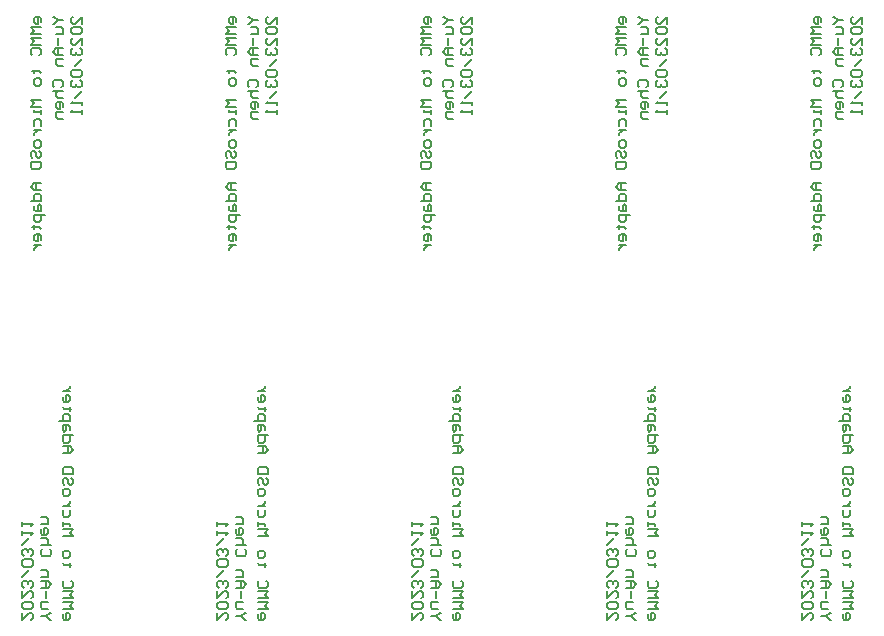
<source format=gbo>
G04 Layer_Color=32896*
%FSLAX44Y44*%
%MOMM*%
G71*
G01*
G75*
%ADD23C,0.2000*%
D23*
X121461Y620882D02*
Y623881D01*
X119962Y625380D01*
X116963D01*
X115463Y623881D01*
Y620882D01*
X116963Y619382D01*
X118462D01*
Y625380D01*
X121461Y616383D02*
X112464D01*
X115463Y613384D01*
X112464Y610385D01*
X121461D01*
Y607386D02*
X112464D01*
X115463Y604387D01*
X112464Y601388D01*
X121461D01*
X113964Y592391D02*
X112464Y593890D01*
Y596889D01*
X113964Y598389D01*
X119962D01*
X121461Y596889D01*
Y593890D01*
X119962Y592391D01*
X113964Y578895D02*
X115463D01*
Y580395D01*
Y577396D01*
Y578895D01*
X119962D01*
X121461Y577396D01*
Y571398D02*
Y568399D01*
X119962Y566899D01*
X116963D01*
X115463Y568399D01*
Y571398D01*
X116963Y572897D01*
X119962D01*
X121461Y571398D01*
Y554903D02*
X112464D01*
X115463Y551904D01*
X112464Y548905D01*
X121461D01*
Y545906D02*
Y542907D01*
Y544406D01*
X115463D01*
Y545906D01*
Y532410D02*
Y536909D01*
X116963Y538408D01*
X119962D01*
X121461Y536909D01*
Y532410D01*
X115463Y529411D02*
X121461D01*
X118462D01*
X116963Y527912D01*
X115463Y526412D01*
Y524913D01*
X121461Y518914D02*
Y515915D01*
X119962Y514416D01*
X116963D01*
X115463Y515915D01*
Y518914D01*
X116963Y520414D01*
X119962D01*
X121461Y518914D01*
X113964Y505419D02*
X112464Y506918D01*
Y509917D01*
X113964Y511417D01*
X115463D01*
X116963Y509917D01*
Y506918D01*
X118462Y505419D01*
X119962D01*
X121461Y506918D01*
Y509917D01*
X119962Y511417D01*
X112464Y502420D02*
X121461D01*
Y497921D01*
X119962Y496422D01*
X113964D01*
X112464Y497921D01*
Y502420D01*
X121461Y484426D02*
X115463D01*
X112464Y481427D01*
X115463Y478428D01*
X121461D01*
X116963D01*
Y484426D01*
X112464Y469431D02*
X121461D01*
Y473929D01*
X119962Y475429D01*
X116963D01*
X115463Y473929D01*
Y469431D01*
Y464932D02*
Y461933D01*
X116963Y460433D01*
X121461D01*
Y464932D01*
X119962Y466432D01*
X118462Y464932D01*
Y460433D01*
X124460Y457434D02*
X115463D01*
Y452936D01*
X116963Y451436D01*
X119962D01*
X121461Y452936D01*
Y457434D01*
X113964Y446938D02*
X115463D01*
Y448437D01*
Y445438D01*
Y446938D01*
X119962D01*
X121461Y445438D01*
Y436441D02*
Y439440D01*
X119962Y440940D01*
X116963D01*
X115463Y439440D01*
Y436441D01*
X116963Y434942D01*
X118462D01*
Y440940D01*
X115463Y431943D02*
X121461D01*
X118462D01*
X116963Y430443D01*
X115463Y428944D01*
Y427444D01*
X131060Y625380D02*
X132559D01*
X135558Y622381D01*
X132559Y619382D01*
X131060D01*
X135558Y622381D02*
X140057D01*
X134059Y616383D02*
X138557D01*
X140057Y614883D01*
Y610385D01*
X134059D01*
X135558Y607386D02*
Y601388D01*
X140057Y598389D02*
X134059D01*
X131060Y595390D01*
X134059Y592391D01*
X140057D01*
X135558D01*
Y598389D01*
X140057Y589392D02*
X134059D01*
Y584893D01*
X135558Y583394D01*
X140057D01*
X132559Y565400D02*
X131060Y566899D01*
Y569898D01*
X132559Y571398D01*
X138557D01*
X140057Y569898D01*
Y566899D01*
X138557Y565400D01*
X131060Y562400D02*
X140057D01*
X135558D01*
X134059Y560901D01*
Y557902D01*
X135558Y556402D01*
X140057D01*
Y548905D02*
Y551904D01*
X138557Y553403D01*
X135558D01*
X134059Y551904D01*
Y548905D01*
X135558Y547405D01*
X137058D01*
Y553403D01*
X140057Y544406D02*
X134059D01*
Y539908D01*
X135558Y538408D01*
X140057D01*
X155653Y619382D02*
Y625380D01*
X149655Y619382D01*
X148156D01*
X146656Y620882D01*
Y623881D01*
X148156Y625380D01*
Y616383D02*
X146656Y614883D01*
Y611884D01*
X148156Y610385D01*
X154154D01*
X155653Y611884D01*
Y614883D01*
X154154Y616383D01*
X148156D01*
X155653Y601388D02*
Y607386D01*
X149655Y601388D01*
X148156D01*
X146656Y602887D01*
Y605886D01*
X148156Y607386D01*
Y598389D02*
X146656Y596889D01*
Y593890D01*
X148156Y592391D01*
X149655D01*
X151155Y593890D01*
Y595390D01*
Y593890D01*
X152654Y592391D01*
X154154D01*
X155653Y593890D01*
Y596889D01*
X154154Y598389D01*
X155653Y589392D02*
X149655Y583394D01*
X148156Y580395D02*
X146656Y578895D01*
Y575896D01*
X148156Y574397D01*
X154154D01*
X155653Y575896D01*
Y578895D01*
X154154Y580395D01*
X148156D01*
Y571398D02*
X146656Y569898D01*
Y566899D01*
X148156Y565400D01*
X149655D01*
X151155Y566899D01*
Y568399D01*
Y566899D01*
X152654Y565400D01*
X154154D01*
X155653Y566899D01*
Y569898D01*
X154154Y571398D01*
X155653Y562400D02*
X149655Y556402D01*
X155653Y553403D02*
Y550404D01*
Y551904D01*
X146656D01*
X148156Y553403D01*
X155653Y545906D02*
Y542907D01*
Y544406D01*
X146656D01*
X148156Y545906D01*
X286561Y620882D02*
Y623881D01*
X285062Y625380D01*
X282063D01*
X280563Y623881D01*
Y620882D01*
X282063Y619382D01*
X283562D01*
Y625380D01*
X286561Y616383D02*
X277564D01*
X280563Y613384D01*
X277564Y610385D01*
X286561D01*
Y607386D02*
X277564D01*
X280563Y604387D01*
X277564Y601388D01*
X286561D01*
X279064Y592391D02*
X277564Y593890D01*
Y596889D01*
X279064Y598389D01*
X285062D01*
X286561Y596889D01*
Y593890D01*
X285062Y592391D01*
X279064Y578895D02*
X280563D01*
Y580395D01*
Y577396D01*
Y578895D01*
X285062D01*
X286561Y577396D01*
Y571398D02*
Y568399D01*
X285062Y566899D01*
X282063D01*
X280563Y568399D01*
Y571398D01*
X282063Y572897D01*
X285062D01*
X286561Y571398D01*
Y554903D02*
X277564D01*
X280563Y551904D01*
X277564Y548905D01*
X286561D01*
Y545906D02*
Y542907D01*
Y544406D01*
X280563D01*
Y545906D01*
Y532410D02*
Y536909D01*
X282063Y538408D01*
X285062D01*
X286561Y536909D01*
Y532410D01*
X280563Y529411D02*
X286561D01*
X283562D01*
X282063Y527912D01*
X280563Y526412D01*
Y524913D01*
X286561Y518914D02*
Y515915D01*
X285062Y514416D01*
X282063D01*
X280563Y515915D01*
Y518914D01*
X282063Y520414D01*
X285062D01*
X286561Y518914D01*
X279064Y505419D02*
X277564Y506918D01*
Y509917D01*
X279064Y511417D01*
X280563D01*
X282063Y509917D01*
Y506918D01*
X283562Y505419D01*
X285062D01*
X286561Y506918D01*
Y509917D01*
X285062Y511417D01*
X277564Y502420D02*
X286561D01*
Y497921D01*
X285062Y496422D01*
X279064D01*
X277564Y497921D01*
Y502420D01*
X286561Y484426D02*
X280563D01*
X277564Y481427D01*
X280563Y478428D01*
X286561D01*
X282063D01*
Y484426D01*
X277564Y469431D02*
X286561D01*
Y473929D01*
X285062Y475429D01*
X282063D01*
X280563Y473929D01*
Y469431D01*
Y464932D02*
Y461933D01*
X282063Y460433D01*
X286561D01*
Y464932D01*
X285062Y466432D01*
X283562Y464932D01*
Y460433D01*
X289560Y457434D02*
X280563D01*
Y452936D01*
X282063Y451436D01*
X285062D01*
X286561Y452936D01*
Y457434D01*
X279064Y446938D02*
X280563D01*
Y448437D01*
Y445438D01*
Y446938D01*
X285062D01*
X286561Y445438D01*
Y436441D02*
Y439440D01*
X285062Y440940D01*
X282063D01*
X280563Y439440D01*
Y436441D01*
X282063Y434942D01*
X283562D01*
Y440940D01*
X280563Y431943D02*
X286561D01*
X283562D01*
X282063Y430443D01*
X280563Y428944D01*
Y427444D01*
X296160Y625380D02*
X297659D01*
X300658Y622381D01*
X297659Y619382D01*
X296160D01*
X300658Y622381D02*
X305157D01*
X299159Y616383D02*
X303657D01*
X305157Y614883D01*
Y610385D01*
X299159D01*
X300658Y607386D02*
Y601388D01*
X305157Y598389D02*
X299159D01*
X296160Y595390D01*
X299159Y592391D01*
X305157D01*
X300658D01*
Y598389D01*
X305157Y589392D02*
X299159D01*
Y584893D01*
X300658Y583394D01*
X305157D01*
X297659Y565400D02*
X296160Y566899D01*
Y569898D01*
X297659Y571398D01*
X303657D01*
X305157Y569898D01*
Y566899D01*
X303657Y565400D01*
X296160Y562400D02*
X305157D01*
X300658D01*
X299159Y560901D01*
Y557902D01*
X300658Y556402D01*
X305157D01*
Y548905D02*
Y551904D01*
X303657Y553403D01*
X300658D01*
X299159Y551904D01*
Y548905D01*
X300658Y547405D01*
X302158D01*
Y553403D01*
X305157Y544406D02*
X299159D01*
Y539908D01*
X300658Y538408D01*
X305157D01*
X320753Y619382D02*
Y625380D01*
X314755Y619382D01*
X313256D01*
X311756Y620882D01*
Y623881D01*
X313256Y625380D01*
Y616383D02*
X311756Y614883D01*
Y611884D01*
X313256Y610385D01*
X319254D01*
X320753Y611884D01*
Y614883D01*
X319254Y616383D01*
X313256D01*
X320753Y601388D02*
Y607386D01*
X314755Y601388D01*
X313256D01*
X311756Y602887D01*
Y605886D01*
X313256Y607386D01*
Y598389D02*
X311756Y596889D01*
Y593890D01*
X313256Y592391D01*
X314755D01*
X316255Y593890D01*
Y595390D01*
Y593890D01*
X317754Y592391D01*
X319254D01*
X320753Y593890D01*
Y596889D01*
X319254Y598389D01*
X320753Y589392D02*
X314755Y583394D01*
X313256Y580395D02*
X311756Y578895D01*
Y575896D01*
X313256Y574397D01*
X319254D01*
X320753Y575896D01*
Y578895D01*
X319254Y580395D01*
X313256D01*
Y571398D02*
X311756Y569898D01*
Y566899D01*
X313256Y565400D01*
X314755D01*
X316255Y566899D01*
Y568399D01*
Y566899D01*
X317754Y565400D01*
X319254D01*
X320753Y566899D01*
Y569898D01*
X319254Y571398D01*
X320753Y562400D02*
X314755Y556402D01*
X320753Y553403D02*
Y550404D01*
Y551904D01*
X311756D01*
X313256Y553403D01*
X320753Y545906D02*
Y542907D01*
Y544406D01*
X311756D01*
X313256Y545906D01*
X451661Y620882D02*
Y623881D01*
X450162Y625380D01*
X447163D01*
X445663Y623881D01*
Y620882D01*
X447163Y619382D01*
X448662D01*
Y625380D01*
X451661Y616383D02*
X442664D01*
X445663Y613384D01*
X442664Y610385D01*
X451661D01*
Y607386D02*
X442664D01*
X445663Y604387D01*
X442664Y601388D01*
X451661D01*
X444164Y592391D02*
X442664Y593890D01*
Y596889D01*
X444164Y598389D01*
X450162D01*
X451661Y596889D01*
Y593890D01*
X450162Y592391D01*
X444164Y578895D02*
X445663D01*
Y580395D01*
Y577396D01*
Y578895D01*
X450162D01*
X451661Y577396D01*
Y571398D02*
Y568399D01*
X450162Y566899D01*
X447163D01*
X445663Y568399D01*
Y571398D01*
X447163Y572897D01*
X450162D01*
X451661Y571398D01*
Y554903D02*
X442664D01*
X445663Y551904D01*
X442664Y548905D01*
X451661D01*
Y545906D02*
Y542907D01*
Y544406D01*
X445663D01*
Y545906D01*
Y532410D02*
Y536909D01*
X447163Y538408D01*
X450162D01*
X451661Y536909D01*
Y532410D01*
X445663Y529411D02*
X451661D01*
X448662D01*
X447163Y527912D01*
X445663Y526412D01*
Y524913D01*
X451661Y518914D02*
Y515915D01*
X450162Y514416D01*
X447163D01*
X445663Y515915D01*
Y518914D01*
X447163Y520414D01*
X450162D01*
X451661Y518914D01*
X444164Y505419D02*
X442664Y506918D01*
Y509917D01*
X444164Y511417D01*
X445663D01*
X447163Y509917D01*
Y506918D01*
X448662Y505419D01*
X450162D01*
X451661Y506918D01*
Y509917D01*
X450162Y511417D01*
X442664Y502420D02*
X451661D01*
Y497921D01*
X450162Y496422D01*
X444164D01*
X442664Y497921D01*
Y502420D01*
X451661Y484426D02*
X445663D01*
X442664Y481427D01*
X445663Y478428D01*
X451661D01*
X447163D01*
Y484426D01*
X442664Y469431D02*
X451661D01*
Y473929D01*
X450162Y475429D01*
X447163D01*
X445663Y473929D01*
Y469431D01*
Y464932D02*
Y461933D01*
X447163Y460433D01*
X451661D01*
Y464932D01*
X450162Y466432D01*
X448662Y464932D01*
Y460433D01*
X454660Y457434D02*
X445663D01*
Y452936D01*
X447163Y451436D01*
X450162D01*
X451661Y452936D01*
Y457434D01*
X444164Y446938D02*
X445663D01*
Y448437D01*
Y445438D01*
Y446938D01*
X450162D01*
X451661Y445438D01*
Y436441D02*
Y439440D01*
X450162Y440940D01*
X447163D01*
X445663Y439440D01*
Y436441D01*
X447163Y434942D01*
X448662D01*
Y440940D01*
X445663Y431943D02*
X451661D01*
X448662D01*
X447163Y430443D01*
X445663Y428944D01*
Y427444D01*
X461260Y625380D02*
X462759D01*
X465758Y622381D01*
X462759Y619382D01*
X461260D01*
X465758Y622381D02*
X470257D01*
X464259Y616383D02*
X468757D01*
X470257Y614883D01*
Y610385D01*
X464259D01*
X465758Y607386D02*
Y601388D01*
X470257Y598389D02*
X464259D01*
X461260Y595390D01*
X464259Y592391D01*
X470257D01*
X465758D01*
Y598389D01*
X470257Y589392D02*
X464259D01*
Y584893D01*
X465758Y583394D01*
X470257D01*
X462759Y565400D02*
X461260Y566899D01*
Y569898D01*
X462759Y571398D01*
X468757D01*
X470257Y569898D01*
Y566899D01*
X468757Y565400D01*
X461260Y562400D02*
X470257D01*
X465758D01*
X464259Y560901D01*
Y557902D01*
X465758Y556402D01*
X470257D01*
Y548905D02*
Y551904D01*
X468757Y553403D01*
X465758D01*
X464259Y551904D01*
Y548905D01*
X465758Y547405D01*
X467258D01*
Y553403D01*
X470257Y544406D02*
X464259D01*
Y539908D01*
X465758Y538408D01*
X470257D01*
X485853Y619382D02*
Y625380D01*
X479855Y619382D01*
X478356D01*
X476856Y620882D01*
Y623881D01*
X478356Y625380D01*
Y616383D02*
X476856Y614883D01*
Y611884D01*
X478356Y610385D01*
X484354D01*
X485853Y611884D01*
Y614883D01*
X484354Y616383D01*
X478356D01*
X485853Y601388D02*
Y607386D01*
X479855Y601388D01*
X478356D01*
X476856Y602887D01*
Y605886D01*
X478356Y607386D01*
Y598389D02*
X476856Y596889D01*
Y593890D01*
X478356Y592391D01*
X479855D01*
X481355Y593890D01*
Y595390D01*
Y593890D01*
X482854Y592391D01*
X484354D01*
X485853Y593890D01*
Y596889D01*
X484354Y598389D01*
X485853Y589392D02*
X479855Y583394D01*
X478356Y580395D02*
X476856Y578895D01*
Y575896D01*
X478356Y574397D01*
X484354D01*
X485853Y575896D01*
Y578895D01*
X484354Y580395D01*
X478356D01*
Y571398D02*
X476856Y569898D01*
Y566899D01*
X478356Y565400D01*
X479855D01*
X481355Y566899D01*
Y568399D01*
Y566899D01*
X482854Y565400D01*
X484354D01*
X485853Y566899D01*
Y569898D01*
X484354Y571398D01*
X485853Y562400D02*
X479855Y556402D01*
X485853Y553403D02*
Y550404D01*
Y551904D01*
X476856D01*
X478356Y553403D01*
X485853Y545906D02*
Y542907D01*
Y544406D01*
X476856D01*
X478356Y545906D01*
X616761Y620882D02*
Y623881D01*
X615262Y625380D01*
X612263D01*
X610763Y623881D01*
Y620882D01*
X612263Y619382D01*
X613762D01*
Y625380D01*
X616761Y616383D02*
X607764D01*
X610763Y613384D01*
X607764Y610385D01*
X616761D01*
Y607386D02*
X607764D01*
X610763Y604387D01*
X607764Y601388D01*
X616761D01*
X609264Y592391D02*
X607764Y593890D01*
Y596889D01*
X609264Y598389D01*
X615262D01*
X616761Y596889D01*
Y593890D01*
X615262Y592391D01*
X609264Y578895D02*
X610763D01*
Y580395D01*
Y577396D01*
Y578895D01*
X615262D01*
X616761Y577396D01*
Y571398D02*
Y568399D01*
X615262Y566899D01*
X612263D01*
X610763Y568399D01*
Y571398D01*
X612263Y572897D01*
X615262D01*
X616761Y571398D01*
Y554903D02*
X607764D01*
X610763Y551904D01*
X607764Y548905D01*
X616761D01*
Y545906D02*
Y542907D01*
Y544406D01*
X610763D01*
Y545906D01*
Y532410D02*
Y536909D01*
X612263Y538408D01*
X615262D01*
X616761Y536909D01*
Y532410D01*
X610763Y529411D02*
X616761D01*
X613762D01*
X612263Y527912D01*
X610763Y526412D01*
Y524913D01*
X616761Y518914D02*
Y515915D01*
X615262Y514416D01*
X612263D01*
X610763Y515915D01*
Y518914D01*
X612263Y520414D01*
X615262D01*
X616761Y518914D01*
X609264Y505419D02*
X607764Y506918D01*
Y509917D01*
X609264Y511417D01*
X610763D01*
X612263Y509917D01*
Y506918D01*
X613762Y505419D01*
X615262D01*
X616761Y506918D01*
Y509917D01*
X615262Y511417D01*
X607764Y502420D02*
X616761D01*
Y497921D01*
X615262Y496422D01*
X609264D01*
X607764Y497921D01*
Y502420D01*
X616761Y484426D02*
X610763D01*
X607764Y481427D01*
X610763Y478428D01*
X616761D01*
X612263D01*
Y484426D01*
X607764Y469431D02*
X616761D01*
Y473929D01*
X615262Y475429D01*
X612263D01*
X610763Y473929D01*
Y469431D01*
Y464932D02*
Y461933D01*
X612263Y460433D01*
X616761D01*
Y464932D01*
X615262Y466432D01*
X613762Y464932D01*
Y460433D01*
X619760Y457434D02*
X610763D01*
Y452936D01*
X612263Y451436D01*
X615262D01*
X616761Y452936D01*
Y457434D01*
X609264Y446938D02*
X610763D01*
Y448437D01*
Y445438D01*
Y446938D01*
X615262D01*
X616761Y445438D01*
Y436441D02*
Y439440D01*
X615262Y440940D01*
X612263D01*
X610763Y439440D01*
Y436441D01*
X612263Y434942D01*
X613762D01*
Y440940D01*
X610763Y431943D02*
X616761D01*
X613762D01*
X612263Y430443D01*
X610763Y428944D01*
Y427444D01*
X626360Y625380D02*
X627859D01*
X630858Y622381D01*
X627859Y619382D01*
X626360D01*
X630858Y622381D02*
X635357D01*
X629359Y616383D02*
X633857D01*
X635357Y614883D01*
Y610385D01*
X629359D01*
X630858Y607386D02*
Y601388D01*
X635357Y598389D02*
X629359D01*
X626360Y595390D01*
X629359Y592391D01*
X635357D01*
X630858D01*
Y598389D01*
X635357Y589392D02*
X629359D01*
Y584893D01*
X630858Y583394D01*
X635357D01*
X627859Y565400D02*
X626360Y566899D01*
Y569898D01*
X627859Y571398D01*
X633857D01*
X635357Y569898D01*
Y566899D01*
X633857Y565400D01*
X626360Y562400D02*
X635357D01*
X630858D01*
X629359Y560901D01*
Y557902D01*
X630858Y556402D01*
X635357D01*
Y548905D02*
Y551904D01*
X633857Y553403D01*
X630858D01*
X629359Y551904D01*
Y548905D01*
X630858Y547405D01*
X632358D01*
Y553403D01*
X635357Y544406D02*
X629359D01*
Y539908D01*
X630858Y538408D01*
X635357D01*
X650953Y619382D02*
Y625380D01*
X644955Y619382D01*
X643456D01*
X641956Y620882D01*
Y623881D01*
X643456Y625380D01*
Y616383D02*
X641956Y614883D01*
Y611884D01*
X643456Y610385D01*
X649454D01*
X650953Y611884D01*
Y614883D01*
X649454Y616383D01*
X643456D01*
X650953Y601388D02*
Y607386D01*
X644955Y601388D01*
X643456D01*
X641956Y602887D01*
Y605886D01*
X643456Y607386D01*
Y598389D02*
X641956Y596889D01*
Y593890D01*
X643456Y592391D01*
X644955D01*
X646455Y593890D01*
Y595390D01*
Y593890D01*
X647954Y592391D01*
X649454D01*
X650953Y593890D01*
Y596889D01*
X649454Y598389D01*
X650953Y589392D02*
X644955Y583394D01*
X643456Y580395D02*
X641956Y578895D01*
Y575896D01*
X643456Y574397D01*
X649454D01*
X650953Y575896D01*
Y578895D01*
X649454Y580395D01*
X643456D01*
Y571398D02*
X641956Y569898D01*
Y566899D01*
X643456Y565400D01*
X644955D01*
X646455Y566899D01*
Y568399D01*
Y566899D01*
X647954Y565400D01*
X649454D01*
X650953Y566899D01*
Y569898D01*
X649454Y571398D01*
X650953Y562400D02*
X644955Y556402D01*
X650953Y553403D02*
Y550404D01*
Y551904D01*
X641956D01*
X643456Y553403D01*
X650953Y545906D02*
Y542907D01*
Y544406D01*
X641956D01*
X643456Y545906D01*
X781861Y620882D02*
Y623881D01*
X780362Y625380D01*
X777363D01*
X775863Y623881D01*
Y620882D01*
X777363Y619382D01*
X778862D01*
Y625380D01*
X781861Y616383D02*
X772864D01*
X775863Y613384D01*
X772864Y610385D01*
X781861D01*
Y607386D02*
X772864D01*
X775863Y604387D01*
X772864Y601388D01*
X781861D01*
X774364Y592391D02*
X772864Y593890D01*
Y596889D01*
X774364Y598389D01*
X780362D01*
X781861Y596889D01*
Y593890D01*
X780362Y592391D01*
X774364Y578895D02*
X775863D01*
Y580395D01*
Y577396D01*
Y578895D01*
X780362D01*
X781861Y577396D01*
Y571398D02*
Y568399D01*
X780362Y566899D01*
X777363D01*
X775863Y568399D01*
Y571398D01*
X777363Y572897D01*
X780362D01*
X781861Y571398D01*
Y554903D02*
X772864D01*
X775863Y551904D01*
X772864Y548905D01*
X781861D01*
Y545906D02*
Y542907D01*
Y544406D01*
X775863D01*
Y545906D01*
Y532410D02*
Y536909D01*
X777363Y538408D01*
X780362D01*
X781861Y536909D01*
Y532410D01*
X775863Y529411D02*
X781861D01*
X778862D01*
X777363Y527912D01*
X775863Y526412D01*
Y524913D01*
X781861Y518914D02*
Y515915D01*
X780362Y514416D01*
X777363D01*
X775863Y515915D01*
Y518914D01*
X777363Y520414D01*
X780362D01*
X781861Y518914D01*
X774364Y505419D02*
X772864Y506918D01*
Y509917D01*
X774364Y511417D01*
X775863D01*
X777363Y509917D01*
Y506918D01*
X778862Y505419D01*
X780362D01*
X781861Y506918D01*
Y509917D01*
X780362Y511417D01*
X772864Y502420D02*
X781861D01*
Y497921D01*
X780362Y496422D01*
X774364D01*
X772864Y497921D01*
Y502420D01*
X781861Y484426D02*
X775863D01*
X772864Y481427D01*
X775863Y478428D01*
X781861D01*
X777363D01*
Y484426D01*
X772864Y469431D02*
X781861D01*
Y473929D01*
X780362Y475429D01*
X777363D01*
X775863Y473929D01*
Y469431D01*
Y464932D02*
Y461933D01*
X777363Y460433D01*
X781861D01*
Y464932D01*
X780362Y466432D01*
X778862Y464932D01*
Y460433D01*
X784860Y457434D02*
X775863D01*
Y452936D01*
X777363Y451436D01*
X780362D01*
X781861Y452936D01*
Y457434D01*
X774364Y446938D02*
X775863D01*
Y448437D01*
Y445438D01*
Y446938D01*
X780362D01*
X781861Y445438D01*
Y436441D02*
Y439440D01*
X780362Y440940D01*
X777363D01*
X775863Y439440D01*
Y436441D01*
X777363Y434942D01*
X778862D01*
Y440940D01*
X775863Y431943D02*
X781861D01*
X778862D01*
X777363Y430443D01*
X775863Y428944D01*
Y427444D01*
X791460Y625380D02*
X792959D01*
X795958Y622381D01*
X792959Y619382D01*
X791460D01*
X795958Y622381D02*
X800457D01*
X794459Y616383D02*
X798957D01*
X800457Y614883D01*
Y610385D01*
X794459D01*
X795958Y607386D02*
Y601388D01*
X800457Y598389D02*
X794459D01*
X791460Y595390D01*
X794459Y592391D01*
X800457D01*
X795958D01*
Y598389D01*
X800457Y589392D02*
X794459D01*
Y584893D01*
X795958Y583394D01*
X800457D01*
X792959Y565400D02*
X791460Y566899D01*
Y569898D01*
X792959Y571398D01*
X798957D01*
X800457Y569898D01*
Y566899D01*
X798957Y565400D01*
X791460Y562400D02*
X800457D01*
X795958D01*
X794459Y560901D01*
Y557902D01*
X795958Y556402D01*
X800457D01*
Y548905D02*
Y551904D01*
X798957Y553403D01*
X795958D01*
X794459Y551904D01*
Y548905D01*
X795958Y547405D01*
X797458D01*
Y553403D01*
X800457Y544406D02*
X794459D01*
Y539908D01*
X795958Y538408D01*
X800457D01*
X816053Y619382D02*
Y625380D01*
X810055Y619382D01*
X808556D01*
X807056Y620882D01*
Y623881D01*
X808556Y625380D01*
Y616383D02*
X807056Y614883D01*
Y611884D01*
X808556Y610385D01*
X814554D01*
X816053Y611884D01*
Y614883D01*
X814554Y616383D01*
X808556D01*
X816053Y601388D02*
Y607386D01*
X810055Y601388D01*
X808556D01*
X807056Y602887D01*
Y605886D01*
X808556Y607386D01*
Y598389D02*
X807056Y596889D01*
Y593890D01*
X808556Y592391D01*
X810055D01*
X811555Y593890D01*
Y595390D01*
Y593890D01*
X813054Y592391D01*
X814554D01*
X816053Y593890D01*
Y596889D01*
X814554Y598389D01*
X816053Y589392D02*
X810055Y583394D01*
X808556Y580395D02*
X807056Y578895D01*
Y575896D01*
X808556Y574397D01*
X814554D01*
X816053Y575896D01*
Y578895D01*
X814554Y580395D01*
X808556D01*
Y571398D02*
X807056Y569898D01*
Y566899D01*
X808556Y565400D01*
X810055D01*
X811555Y566899D01*
Y568399D01*
Y566899D01*
X813054Y565400D01*
X814554D01*
X816053Y566899D01*
Y569898D01*
X814554Y571398D01*
X816053Y562400D02*
X810055Y556402D01*
X816053Y553403D02*
Y550404D01*
Y551904D01*
X807056D01*
X808556Y553403D01*
X816053Y545906D02*
Y542907D01*
Y544406D01*
X807056D01*
X808556Y545906D01*
X799983Y119199D02*
Y116200D01*
X801482Y114700D01*
X804481D01*
X805981Y116200D01*
Y119199D01*
X804481Y120698D01*
X802982D01*
Y114700D01*
X799983Y123697D02*
X808980D01*
X805981Y126696D01*
X808980Y129695D01*
X799983D01*
Y132694D02*
X808980D01*
X805981Y135693D01*
X808980Y138692D01*
X799983D01*
X807480Y147689D02*
X808980Y146190D01*
Y143191D01*
X807480Y141691D01*
X801482D01*
X799983Y143191D01*
Y146190D01*
X801482Y147689D01*
X807480Y161185D02*
X805981D01*
Y159685D01*
Y162684D01*
Y161185D01*
X801482D01*
X799983Y162684D01*
Y168682D02*
Y171682D01*
X801482Y173181D01*
X804481D01*
X805981Y171682D01*
Y168682D01*
X804481Y167183D01*
X801482D01*
X799983Y168682D01*
Y185177D02*
X808980D01*
X805981Y188176D01*
X808980Y191175D01*
X799983D01*
Y194174D02*
Y197173D01*
Y195674D01*
X805981D01*
Y194174D01*
Y207670D02*
Y203171D01*
X804481Y201672D01*
X801482D01*
X799983Y203171D01*
Y207670D01*
X805981Y210669D02*
X799983D01*
X802982D01*
X804481Y212169D01*
X805981Y213668D01*
Y215168D01*
X799983Y221166D02*
Y224165D01*
X801482Y225664D01*
X804481D01*
X805981Y224165D01*
Y221166D01*
X804481Y219666D01*
X801482D01*
X799983Y221166D01*
X807480Y234661D02*
X808980Y233162D01*
Y230163D01*
X807480Y228663D01*
X805981D01*
X804481Y230163D01*
Y233162D01*
X802982Y234661D01*
X801482D01*
X799983Y233162D01*
Y230163D01*
X801482Y228663D01*
X808980Y237660D02*
X799983D01*
Y242159D01*
X801482Y243658D01*
X807480D01*
X808980Y242159D01*
Y237660D01*
X799983Y255654D02*
X805981D01*
X808980Y258653D01*
X805981Y261652D01*
X799983D01*
X804481D01*
Y255654D01*
X808980Y270650D02*
X799983D01*
Y266151D01*
X801482Y264652D01*
X804481D01*
X805981Y266151D01*
Y270650D01*
Y275148D02*
Y278147D01*
X804481Y279647D01*
X799983D01*
Y275148D01*
X801482Y273649D01*
X802982Y275148D01*
Y279647D01*
X796984Y282646D02*
X805981D01*
Y287144D01*
X804481Y288644D01*
X801482D01*
X799983Y287144D01*
Y282646D01*
X807480Y293142D02*
X805981D01*
Y291643D01*
Y294642D01*
Y293142D01*
X801482D01*
X799983Y294642D01*
Y303639D02*
Y300640D01*
X801482Y299140D01*
X804481D01*
X805981Y300640D01*
Y303639D01*
X804481Y305138D01*
X802982D01*
Y299140D01*
X805981Y308137D02*
X799983D01*
X802982D01*
X804481Y309637D01*
X805981Y311136D01*
Y312636D01*
X790384Y114700D02*
X788885D01*
X785886Y117699D01*
X788885Y120698D01*
X790384D01*
X785886Y117699D02*
X781387D01*
X787385Y123697D02*
X782887D01*
X781387Y125197D01*
Y129695D01*
X787385D01*
X785886Y132694D02*
Y138692D01*
X781387Y141691D02*
X787385D01*
X790384Y144690D01*
X787385Y147689D01*
X781387D01*
X785886D01*
Y141691D01*
X781387Y150688D02*
X787385D01*
Y155187D01*
X785886Y156686D01*
X781387D01*
X788885Y174681D02*
X790384Y173181D01*
Y170182D01*
X788885Y168682D01*
X782887D01*
X781387Y170182D01*
Y173181D01*
X782887Y174681D01*
X790384Y177680D02*
X781387D01*
X785886D01*
X787385Y179179D01*
Y182178D01*
X785886Y183678D01*
X781387D01*
Y191175D02*
Y188176D01*
X782887Y186677D01*
X785886D01*
X787385Y188176D01*
Y191175D01*
X785886Y192675D01*
X784386D01*
Y186677D01*
X781387Y195674D02*
X787385D01*
Y200172D01*
X785886Y201672D01*
X781387D01*
X765791Y120698D02*
Y114700D01*
X771789Y120698D01*
X773288D01*
X774788Y119199D01*
Y116200D01*
X773288Y114700D01*
Y123697D02*
X774788Y125197D01*
Y128196D01*
X773288Y129695D01*
X767290D01*
X765791Y128196D01*
Y125197D01*
X767290Y123697D01*
X773288D01*
X765791Y138692D02*
Y132694D01*
X771789Y138692D01*
X773288D01*
X774788Y137193D01*
Y134194D01*
X773288Y132694D01*
Y141691D02*
X774788Y143191D01*
Y146190D01*
X773288Y147689D01*
X771789D01*
X770289Y146190D01*
Y144690D01*
Y146190D01*
X768790Y147689D01*
X767290D01*
X765791Y146190D01*
Y143191D01*
X767290Y141691D01*
X765791Y150688D02*
X771789Y156686D01*
X773288Y159685D02*
X774788Y161185D01*
Y164184D01*
X773288Y165683D01*
X767290D01*
X765791Y164184D01*
Y161185D01*
X767290Y159685D01*
X773288D01*
Y168682D02*
X774788Y170182D01*
Y173181D01*
X773288Y174681D01*
X771789D01*
X770289Y173181D01*
Y171682D01*
Y173181D01*
X768790Y174681D01*
X767290D01*
X765791Y173181D01*
Y170182D01*
X767290Y168682D01*
X765791Y177680D02*
X771789Y183678D01*
X765791Y186677D02*
Y189676D01*
Y188176D01*
X774788D01*
X773288Y186677D01*
X765791Y194174D02*
Y197173D01*
Y195674D01*
X774788D01*
X773288Y194174D01*
X634883Y119199D02*
Y116200D01*
X636382Y114700D01*
X639381D01*
X640881Y116200D01*
Y119199D01*
X639381Y120698D01*
X637882D01*
Y114700D01*
X634883Y123697D02*
X643880D01*
X640881Y126696D01*
X643880Y129695D01*
X634883D01*
Y132694D02*
X643880D01*
X640881Y135693D01*
X643880Y138692D01*
X634883D01*
X642381Y147689D02*
X643880Y146190D01*
Y143191D01*
X642381Y141691D01*
X636382D01*
X634883Y143191D01*
Y146190D01*
X636382Y147689D01*
X642381Y161185D02*
X640881D01*
Y159685D01*
Y162684D01*
Y161185D01*
X636382D01*
X634883Y162684D01*
Y168682D02*
Y171682D01*
X636382Y173181D01*
X639381D01*
X640881Y171682D01*
Y168682D01*
X639381Y167183D01*
X636382D01*
X634883Y168682D01*
Y185177D02*
X643880D01*
X640881Y188176D01*
X643880Y191175D01*
X634883D01*
Y194174D02*
Y197173D01*
Y195674D01*
X640881D01*
Y194174D01*
Y207670D02*
Y203171D01*
X639381Y201672D01*
X636382D01*
X634883Y203171D01*
Y207670D01*
X640881Y210669D02*
X634883D01*
X637882D01*
X639381Y212169D01*
X640881Y213668D01*
Y215168D01*
X634883Y221166D02*
Y224165D01*
X636382Y225664D01*
X639381D01*
X640881Y224165D01*
Y221166D01*
X639381Y219666D01*
X636382D01*
X634883Y221166D01*
X642381Y234661D02*
X643880Y233162D01*
Y230163D01*
X642381Y228663D01*
X640881D01*
X639381Y230163D01*
Y233162D01*
X637882Y234661D01*
X636382D01*
X634883Y233162D01*
Y230163D01*
X636382Y228663D01*
X643880Y237660D02*
X634883D01*
Y242159D01*
X636382Y243658D01*
X642381D01*
X643880Y242159D01*
Y237660D01*
X634883Y255654D02*
X640881D01*
X643880Y258653D01*
X640881Y261652D01*
X634883D01*
X639381D01*
Y255654D01*
X643880Y270650D02*
X634883D01*
Y266151D01*
X636382Y264652D01*
X639381D01*
X640881Y266151D01*
Y270650D01*
Y275148D02*
Y278147D01*
X639381Y279647D01*
X634883D01*
Y275148D01*
X636382Y273649D01*
X637882Y275148D01*
Y279647D01*
X631884Y282646D02*
X640881D01*
Y287144D01*
X639381Y288644D01*
X636382D01*
X634883Y287144D01*
Y282646D01*
X642381Y293142D02*
X640881D01*
Y291643D01*
Y294642D01*
Y293142D01*
X636382D01*
X634883Y294642D01*
Y303639D02*
Y300640D01*
X636382Y299140D01*
X639381D01*
X640881Y300640D01*
Y303639D01*
X639381Y305138D01*
X637882D01*
Y299140D01*
X640881Y308137D02*
X634883D01*
X637882D01*
X639381Y309637D01*
X640881Y311136D01*
Y312636D01*
X625284Y114700D02*
X623785D01*
X620786Y117699D01*
X623785Y120698D01*
X625284D01*
X620786Y117699D02*
X616287D01*
X622285Y123697D02*
X617787D01*
X616287Y125197D01*
Y129695D01*
X622285D01*
X620786Y132694D02*
Y138692D01*
X616287Y141691D02*
X622285D01*
X625284Y144690D01*
X622285Y147689D01*
X616287D01*
X620786D01*
Y141691D01*
X616287Y150688D02*
X622285D01*
Y155187D01*
X620786Y156686D01*
X616287D01*
X623785Y174681D02*
X625284Y173181D01*
Y170182D01*
X623785Y168682D01*
X617787D01*
X616287Y170182D01*
Y173181D01*
X617787Y174681D01*
X625284Y177680D02*
X616287D01*
X620786D01*
X622285Y179179D01*
Y182178D01*
X620786Y183678D01*
X616287D01*
Y191175D02*
Y188176D01*
X617787Y186677D01*
X620786D01*
X622285Y188176D01*
Y191175D01*
X620786Y192675D01*
X619286D01*
Y186677D01*
X616287Y195674D02*
X622285D01*
Y200172D01*
X620786Y201672D01*
X616287D01*
X600691Y120698D02*
Y114700D01*
X606689Y120698D01*
X608188D01*
X609688Y119199D01*
Y116200D01*
X608188Y114700D01*
Y123697D02*
X609688Y125197D01*
Y128196D01*
X608188Y129695D01*
X602190D01*
X600691Y128196D01*
Y125197D01*
X602190Y123697D01*
X608188D01*
X600691Y138692D02*
Y132694D01*
X606689Y138692D01*
X608188D01*
X609688Y137193D01*
Y134194D01*
X608188Y132694D01*
Y141691D02*
X609688Y143191D01*
Y146190D01*
X608188Y147689D01*
X606689D01*
X605189Y146190D01*
Y144690D01*
Y146190D01*
X603690Y147689D01*
X602190D01*
X600691Y146190D01*
Y143191D01*
X602190Y141691D01*
X600691Y150688D02*
X606689Y156686D01*
X608188Y159685D02*
X609688Y161185D01*
Y164184D01*
X608188Y165683D01*
X602190D01*
X600691Y164184D01*
Y161185D01*
X602190Y159685D01*
X608188D01*
Y168682D02*
X609688Y170182D01*
Y173181D01*
X608188Y174681D01*
X606689D01*
X605189Y173181D01*
Y171682D01*
Y173181D01*
X603690Y174681D01*
X602190D01*
X600691Y173181D01*
Y170182D01*
X602190Y168682D01*
X600691Y177680D02*
X606689Y183678D01*
X600691Y186677D02*
Y189676D01*
Y188176D01*
X609688D01*
X608188Y186677D01*
X600691Y194174D02*
Y197173D01*
Y195674D01*
X609688D01*
X608188Y194174D01*
X469783Y119199D02*
Y116200D01*
X471282Y114700D01*
X474281D01*
X475781Y116200D01*
Y119199D01*
X474281Y120698D01*
X472782D01*
Y114700D01*
X469783Y123697D02*
X478780D01*
X475781Y126696D01*
X478780Y129695D01*
X469783D01*
Y132694D02*
X478780D01*
X475781Y135693D01*
X478780Y138692D01*
X469783D01*
X477281Y147689D02*
X478780Y146190D01*
Y143191D01*
X477281Y141691D01*
X471282D01*
X469783Y143191D01*
Y146190D01*
X471282Y147689D01*
X477281Y161185D02*
X475781D01*
Y159685D01*
Y162684D01*
Y161185D01*
X471282D01*
X469783Y162684D01*
Y168682D02*
Y171682D01*
X471282Y173181D01*
X474281D01*
X475781Y171682D01*
Y168682D01*
X474281Y167183D01*
X471282D01*
X469783Y168682D01*
Y185177D02*
X478780D01*
X475781Y188176D01*
X478780Y191175D01*
X469783D01*
Y194174D02*
Y197173D01*
Y195674D01*
X475781D01*
Y194174D01*
Y207670D02*
Y203171D01*
X474281Y201672D01*
X471282D01*
X469783Y203171D01*
Y207670D01*
X475781Y210669D02*
X469783D01*
X472782D01*
X474281Y212169D01*
X475781Y213668D01*
Y215168D01*
X469783Y221166D02*
Y224165D01*
X471282Y225664D01*
X474281D01*
X475781Y224165D01*
Y221166D01*
X474281Y219666D01*
X471282D01*
X469783Y221166D01*
X477281Y234661D02*
X478780Y233162D01*
Y230163D01*
X477281Y228663D01*
X475781D01*
X474281Y230163D01*
Y233162D01*
X472782Y234661D01*
X471282D01*
X469783Y233162D01*
Y230163D01*
X471282Y228663D01*
X478780Y237660D02*
X469783D01*
Y242159D01*
X471282Y243658D01*
X477281D01*
X478780Y242159D01*
Y237660D01*
X469783Y255654D02*
X475781D01*
X478780Y258653D01*
X475781Y261652D01*
X469783D01*
X474281D01*
Y255654D01*
X478780Y270650D02*
X469783D01*
Y266151D01*
X471282Y264652D01*
X474281D01*
X475781Y266151D01*
Y270650D01*
Y275148D02*
Y278147D01*
X474281Y279647D01*
X469783D01*
Y275148D01*
X471282Y273649D01*
X472782Y275148D01*
Y279647D01*
X466784Y282646D02*
X475781D01*
Y287144D01*
X474281Y288644D01*
X471282D01*
X469783Y287144D01*
Y282646D01*
X477281Y293142D02*
X475781D01*
Y291643D01*
Y294642D01*
Y293142D01*
X471282D01*
X469783Y294642D01*
Y303639D02*
Y300640D01*
X471282Y299140D01*
X474281D01*
X475781Y300640D01*
Y303639D01*
X474281Y305138D01*
X472782D01*
Y299140D01*
X475781Y308137D02*
X469783D01*
X472782D01*
X474281Y309637D01*
X475781Y311136D01*
Y312636D01*
X460184Y114700D02*
X458685D01*
X455686Y117699D01*
X458685Y120698D01*
X460184D01*
X455686Y117699D02*
X451187D01*
X457185Y123697D02*
X452687D01*
X451187Y125197D01*
Y129695D01*
X457185D01*
X455686Y132694D02*
Y138692D01*
X451187Y141691D02*
X457185D01*
X460184Y144690D01*
X457185Y147689D01*
X451187D01*
X455686D01*
Y141691D01*
X451187Y150688D02*
X457185D01*
Y155187D01*
X455686Y156686D01*
X451187D01*
X458685Y174681D02*
X460184Y173181D01*
Y170182D01*
X458685Y168682D01*
X452687D01*
X451187Y170182D01*
Y173181D01*
X452687Y174681D01*
X460184Y177680D02*
X451187D01*
X455686D01*
X457185Y179179D01*
Y182178D01*
X455686Y183678D01*
X451187D01*
Y191175D02*
Y188176D01*
X452687Y186677D01*
X455686D01*
X457185Y188176D01*
Y191175D01*
X455686Y192675D01*
X454186D01*
Y186677D01*
X451187Y195674D02*
X457185D01*
Y200172D01*
X455686Y201672D01*
X451187D01*
X435591Y120698D02*
Y114700D01*
X441589Y120698D01*
X443088D01*
X444588Y119199D01*
Y116200D01*
X443088Y114700D01*
Y123697D02*
X444588Y125197D01*
Y128196D01*
X443088Y129695D01*
X437090D01*
X435591Y128196D01*
Y125197D01*
X437090Y123697D01*
X443088D01*
X435591Y138692D02*
Y132694D01*
X441589Y138692D01*
X443088D01*
X444588Y137193D01*
Y134194D01*
X443088Y132694D01*
Y141691D02*
X444588Y143191D01*
Y146190D01*
X443088Y147689D01*
X441589D01*
X440089Y146190D01*
Y144690D01*
Y146190D01*
X438590Y147689D01*
X437090D01*
X435591Y146190D01*
Y143191D01*
X437090Y141691D01*
X435591Y150688D02*
X441589Y156686D01*
X443088Y159685D02*
X444588Y161185D01*
Y164184D01*
X443088Y165683D01*
X437090D01*
X435591Y164184D01*
Y161185D01*
X437090Y159685D01*
X443088D01*
Y168682D02*
X444588Y170182D01*
Y173181D01*
X443088Y174681D01*
X441589D01*
X440089Y173181D01*
Y171682D01*
Y173181D01*
X438590Y174681D01*
X437090D01*
X435591Y173181D01*
Y170182D01*
X437090Y168682D01*
X435591Y177680D02*
X441589Y183678D01*
X435591Y186677D02*
Y189676D01*
Y188176D01*
X444588D01*
X443088Y186677D01*
X435591Y194174D02*
Y197173D01*
Y195674D01*
X444588D01*
X443088Y194174D01*
X304683Y119199D02*
Y116200D01*
X306182Y114700D01*
X309181D01*
X310681Y116200D01*
Y119199D01*
X309181Y120698D01*
X307682D01*
Y114700D01*
X304683Y123697D02*
X313680D01*
X310681Y126696D01*
X313680Y129695D01*
X304683D01*
Y132694D02*
X313680D01*
X310681Y135693D01*
X313680Y138692D01*
X304683D01*
X312181Y147689D02*
X313680Y146190D01*
Y143191D01*
X312181Y141691D01*
X306182D01*
X304683Y143191D01*
Y146190D01*
X306182Y147689D01*
X312181Y161185D02*
X310681D01*
Y159685D01*
Y162684D01*
Y161185D01*
X306182D01*
X304683Y162684D01*
Y168682D02*
Y171682D01*
X306182Y173181D01*
X309181D01*
X310681Y171682D01*
Y168682D01*
X309181Y167183D01*
X306182D01*
X304683Y168682D01*
Y185177D02*
X313680D01*
X310681Y188176D01*
X313680Y191175D01*
X304683D01*
Y194174D02*
Y197173D01*
Y195674D01*
X310681D01*
Y194174D01*
Y207670D02*
Y203171D01*
X309181Y201672D01*
X306182D01*
X304683Y203171D01*
Y207670D01*
X310681Y210669D02*
X304683D01*
X307682D01*
X309181Y212169D01*
X310681Y213668D01*
Y215168D01*
X304683Y221166D02*
Y224165D01*
X306182Y225664D01*
X309181D01*
X310681Y224165D01*
Y221166D01*
X309181Y219666D01*
X306182D01*
X304683Y221166D01*
X312181Y234661D02*
X313680Y233162D01*
Y230163D01*
X312181Y228663D01*
X310681D01*
X309181Y230163D01*
Y233162D01*
X307682Y234661D01*
X306182D01*
X304683Y233162D01*
Y230163D01*
X306182Y228663D01*
X313680Y237660D02*
X304683D01*
Y242159D01*
X306182Y243658D01*
X312181D01*
X313680Y242159D01*
Y237660D01*
X304683Y255654D02*
X310681D01*
X313680Y258653D01*
X310681Y261652D01*
X304683D01*
X309181D01*
Y255654D01*
X313680Y270650D02*
X304683D01*
Y266151D01*
X306182Y264652D01*
X309181D01*
X310681Y266151D01*
Y270650D01*
Y275148D02*
Y278147D01*
X309181Y279647D01*
X304683D01*
Y275148D01*
X306182Y273649D01*
X307682Y275148D01*
Y279647D01*
X301684Y282646D02*
X310681D01*
Y287144D01*
X309181Y288644D01*
X306182D01*
X304683Y287144D01*
Y282646D01*
X312181Y293142D02*
X310681D01*
Y291643D01*
Y294642D01*
Y293142D01*
X306182D01*
X304683Y294642D01*
Y303639D02*
Y300640D01*
X306182Y299140D01*
X309181D01*
X310681Y300640D01*
Y303639D01*
X309181Y305138D01*
X307682D01*
Y299140D01*
X310681Y308137D02*
X304683D01*
X307682D01*
X309181Y309637D01*
X310681Y311136D01*
Y312636D01*
X295084Y114700D02*
X293585D01*
X290586Y117699D01*
X293585Y120698D01*
X295084D01*
X290586Y117699D02*
X286087D01*
X292085Y123697D02*
X287587D01*
X286087Y125197D01*
Y129695D01*
X292085D01*
X290586Y132694D02*
Y138692D01*
X286087Y141691D02*
X292085D01*
X295084Y144690D01*
X292085Y147689D01*
X286087D01*
X290586D01*
Y141691D01*
X286087Y150688D02*
X292085D01*
Y155187D01*
X290586Y156686D01*
X286087D01*
X293585Y174681D02*
X295084Y173181D01*
Y170182D01*
X293585Y168682D01*
X287587D01*
X286087Y170182D01*
Y173181D01*
X287587Y174681D01*
X295084Y177680D02*
X286087D01*
X290586D01*
X292085Y179179D01*
Y182178D01*
X290586Y183678D01*
X286087D01*
Y191175D02*
Y188176D01*
X287587Y186677D01*
X290586D01*
X292085Y188176D01*
Y191175D01*
X290586Y192675D01*
X289086D01*
Y186677D01*
X286087Y195674D02*
X292085D01*
Y200172D01*
X290586Y201672D01*
X286087D01*
X270491Y120698D02*
Y114700D01*
X276489Y120698D01*
X277988D01*
X279488Y119199D01*
Y116200D01*
X277988Y114700D01*
Y123697D02*
X279488Y125197D01*
Y128196D01*
X277988Y129695D01*
X271990D01*
X270491Y128196D01*
Y125197D01*
X271990Y123697D01*
X277988D01*
X270491Y138692D02*
Y132694D01*
X276489Y138692D01*
X277988D01*
X279488Y137193D01*
Y134194D01*
X277988Y132694D01*
Y141691D02*
X279488Y143191D01*
Y146190D01*
X277988Y147689D01*
X276489D01*
X274989Y146190D01*
Y144690D01*
Y146190D01*
X273490Y147689D01*
X271990D01*
X270491Y146190D01*
Y143191D01*
X271990Y141691D01*
X270491Y150688D02*
X276489Y156686D01*
X277988Y159685D02*
X279488Y161185D01*
Y164184D01*
X277988Y165683D01*
X271990D01*
X270491Y164184D01*
Y161185D01*
X271990Y159685D01*
X277988D01*
Y168682D02*
X279488Y170182D01*
Y173181D01*
X277988Y174681D01*
X276489D01*
X274989Y173181D01*
Y171682D01*
Y173181D01*
X273490Y174681D01*
X271990D01*
X270491Y173181D01*
Y170182D01*
X271990Y168682D01*
X270491Y177680D02*
X276489Y183678D01*
X270491Y186677D02*
Y189676D01*
Y188176D01*
X279488D01*
X277988Y186677D01*
X270491Y194174D02*
Y197173D01*
Y195674D01*
X279488D01*
X277988Y194174D01*
X139583Y119199D02*
Y116200D01*
X141082Y114700D01*
X144081D01*
X145581Y116200D01*
Y119199D01*
X144081Y120698D01*
X142582D01*
Y114700D01*
X139583Y123697D02*
X148580D01*
X145581Y126696D01*
X148580Y129695D01*
X139583D01*
Y132694D02*
X148580D01*
X145581Y135693D01*
X148580Y138692D01*
X139583D01*
X147080Y147689D02*
X148580Y146190D01*
Y143191D01*
X147080Y141691D01*
X141082D01*
X139583Y143191D01*
Y146190D01*
X141082Y147689D01*
X147080Y161185D02*
X145581D01*
Y159685D01*
Y162684D01*
Y161185D01*
X141082D01*
X139583Y162684D01*
Y168682D02*
Y171682D01*
X141082Y173181D01*
X144081D01*
X145581Y171682D01*
Y168682D01*
X144081Y167183D01*
X141082D01*
X139583Y168682D01*
Y185177D02*
X148580D01*
X145581Y188176D01*
X148580Y191175D01*
X139583D01*
Y194174D02*
Y197173D01*
Y195674D01*
X145581D01*
Y194174D01*
Y207670D02*
Y203171D01*
X144081Y201672D01*
X141082D01*
X139583Y203171D01*
Y207670D01*
X145581Y210669D02*
X139583D01*
X142582D01*
X144081Y212169D01*
X145581Y213668D01*
Y215168D01*
X139583Y221166D02*
Y224165D01*
X141082Y225664D01*
X144081D01*
X145581Y224165D01*
Y221166D01*
X144081Y219666D01*
X141082D01*
X139583Y221166D01*
X147080Y234661D02*
X148580Y233162D01*
Y230163D01*
X147080Y228663D01*
X145581D01*
X144081Y230163D01*
Y233162D01*
X142582Y234661D01*
X141082D01*
X139583Y233162D01*
Y230163D01*
X141082Y228663D01*
X148580Y237660D02*
X139583D01*
Y242159D01*
X141082Y243658D01*
X147080D01*
X148580Y242159D01*
Y237660D01*
X139583Y255654D02*
X145581D01*
X148580Y258653D01*
X145581Y261652D01*
X139583D01*
X144081D01*
Y255654D01*
X148580Y270650D02*
X139583D01*
Y266151D01*
X141082Y264652D01*
X144081D01*
X145581Y266151D01*
Y270650D01*
Y275148D02*
Y278147D01*
X144081Y279647D01*
X139583D01*
Y275148D01*
X141082Y273649D01*
X142582Y275148D01*
Y279647D01*
X136584Y282646D02*
X145581D01*
Y287144D01*
X144081Y288644D01*
X141082D01*
X139583Y287144D01*
Y282646D01*
X147080Y293142D02*
X145581D01*
Y291643D01*
Y294642D01*
Y293142D01*
X141082D01*
X139583Y294642D01*
Y303639D02*
Y300640D01*
X141082Y299140D01*
X144081D01*
X145581Y300640D01*
Y303639D01*
X144081Y305138D01*
X142582D01*
Y299140D01*
X145581Y308137D02*
X139583D01*
X142582D01*
X144081Y309637D01*
X145581Y311136D01*
Y312636D01*
X129984Y114700D02*
X128485D01*
X125486Y117699D01*
X128485Y120698D01*
X129984D01*
X125486Y117699D02*
X120987D01*
X126985Y123697D02*
X122487D01*
X120987Y125197D01*
Y129695D01*
X126985D01*
X125486Y132694D02*
Y138692D01*
X120987Y141691D02*
X126985D01*
X129984Y144690D01*
X126985Y147689D01*
X120987D01*
X125486D01*
Y141691D01*
X120987Y150688D02*
X126985D01*
Y155187D01*
X125486Y156686D01*
X120987D01*
X128485Y174681D02*
X129984Y173181D01*
Y170182D01*
X128485Y168682D01*
X122487D01*
X120987Y170182D01*
Y173181D01*
X122487Y174681D01*
X129984Y177680D02*
X120987D01*
X125486D01*
X126985Y179179D01*
Y182178D01*
X125486Y183678D01*
X120987D01*
Y191175D02*
Y188176D01*
X122487Y186677D01*
X125486D01*
X126985Y188176D01*
Y191175D01*
X125486Y192675D01*
X123986D01*
Y186677D01*
X120987Y195674D02*
X126985D01*
Y200172D01*
X125486Y201672D01*
X120987D01*
X105391Y120698D02*
Y114700D01*
X111389Y120698D01*
X112888D01*
X114388Y119199D01*
Y116200D01*
X112888Y114700D01*
Y123697D02*
X114388Y125197D01*
Y128196D01*
X112888Y129695D01*
X106890D01*
X105391Y128196D01*
Y125197D01*
X106890Y123697D01*
X112888D01*
X105391Y138692D02*
Y132694D01*
X111389Y138692D01*
X112888D01*
X114388Y137193D01*
Y134194D01*
X112888Y132694D01*
Y141691D02*
X114388Y143191D01*
Y146190D01*
X112888Y147689D01*
X111389D01*
X109889Y146190D01*
Y144690D01*
Y146190D01*
X108390Y147689D01*
X106890D01*
X105391Y146190D01*
Y143191D01*
X106890Y141691D01*
X105391Y150688D02*
X111389Y156686D01*
X112888Y159685D02*
X114388Y161185D01*
Y164184D01*
X112888Y165683D01*
X106890D01*
X105391Y164184D01*
Y161185D01*
X106890Y159685D01*
X112888D01*
Y168682D02*
X114388Y170182D01*
Y173181D01*
X112888Y174681D01*
X111389D01*
X109889Y173181D01*
Y171682D01*
Y173181D01*
X108390Y174681D01*
X106890D01*
X105391Y173181D01*
Y170182D01*
X106890Y168682D01*
X105391Y177680D02*
X111389Y183678D01*
X105391Y186677D02*
Y189676D01*
Y188176D01*
X114388D01*
X112888Y186677D01*
X105391Y194174D02*
Y197173D01*
Y195674D01*
X114388D01*
X112888Y194174D01*
M02*

</source>
